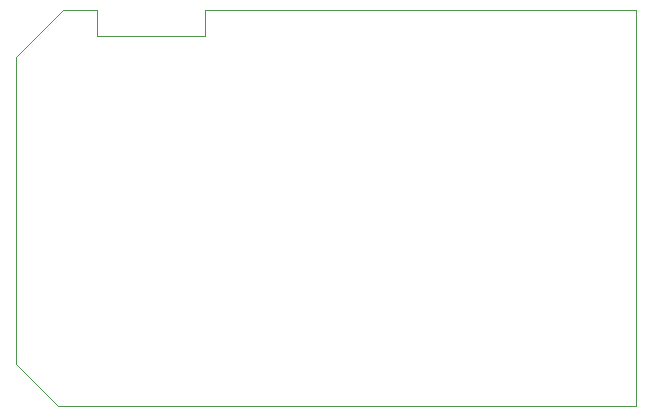
<source format=gbr>
%TF.GenerationSoftware,KiCad,Pcbnew,7.0.6*%
%TF.CreationDate,2024-02-05T23:01:21+08:00*%
%TF.ProjectId,jlink_power,6a6c696e-6b5f-4706-9f77-65722e6b6963,rev?*%
%TF.SameCoordinates,Original*%
%TF.FileFunction,Profile,NP*%
%FSLAX46Y46*%
G04 Gerber Fmt 4.6, Leading zero omitted, Abs format (unit mm)*
G04 Created by KiCad (PCBNEW 7.0.6) date 2024-02-05 23:01:21*
%MOMM*%
%LPD*%
G01*
G04 APERTURE LIST*
%TA.AperFunction,Profile*%
%ADD10C,0.100000*%
%TD*%
G04 APERTURE END LIST*
D10*
X50038000Y-69977000D02*
X53975000Y-66040000D01*
X66040000Y-68199000D02*
X66040000Y-66040000D01*
X56896000Y-68199000D02*
X66040000Y-68199000D01*
X56896000Y-66040000D02*
X56896000Y-68199000D01*
X53975000Y-66040000D02*
X56896000Y-66040000D01*
X50038000Y-96012000D02*
X53594000Y-99568000D01*
X50038000Y-69977000D02*
X50038000Y-96012000D01*
X102489000Y-66040000D02*
X66040000Y-66040000D01*
X102489000Y-99568000D02*
X102489000Y-66040000D01*
X53594000Y-99568000D02*
X102489000Y-99568000D01*
M02*

</source>
